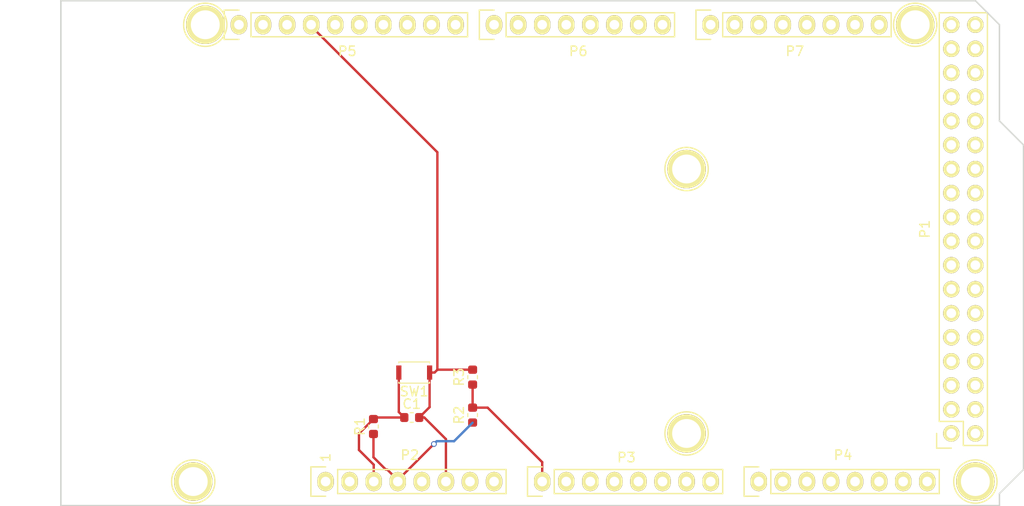
<source format=kicad_pcb>
(kicad_pcb (version 20171130) (host pcbnew "(5.1.2)-2")

  (general
    (thickness 1.6)
    (drawings 27)
    (tracks 38)
    (zones 0)
    (modules 18)
    (nets 87)
  )

  (page A4)
  (title_block
    (date "mar. 31 mars 2015")
  )

  (layers
    (0 F.Cu signal)
    (31 B.Cu signal)
    (32 B.Adhes user)
    (33 F.Adhes user)
    (34 B.Paste user)
    (35 F.Paste user)
    (36 B.SilkS user)
    (37 F.SilkS user)
    (38 B.Mask user)
    (39 F.Mask user)
    (40 Dwgs.User user)
    (41 Cmts.User user)
    (42 Eco1.User user)
    (43 Eco2.User user)
    (44 Edge.Cuts user)
    (45 Margin user)
    (46 B.CrtYd user)
    (47 F.CrtYd user)
    (48 B.Fab user)
    (49 F.Fab user)
  )

  (setup
    (last_trace_width 0.25)
    (trace_clearance 0.2)
    (zone_clearance 0.508)
    (zone_45_only no)
    (trace_min 0.2)
    (via_size 0.6)
    (via_drill 0.4)
    (via_min_size 0.4)
    (via_min_drill 0.3)
    (uvia_size 0.3)
    (uvia_drill 0.1)
    (uvias_allowed no)
    (uvia_min_size 0.2)
    (uvia_min_drill 0.1)
    (edge_width 0.15)
    (segment_width 0.15)
    (pcb_text_width 0.3)
    (pcb_text_size 1.5 1.5)
    (mod_edge_width 0.15)
    (mod_text_size 1 1)
    (mod_text_width 0.15)
    (pad_size 4.064 4.064)
    (pad_drill 3.048)
    (pad_to_mask_clearance 0)
    (aux_axis_origin 103.378 121.666)
    (visible_elements 7FFFFFFF)
    (pcbplotparams
      (layerselection 0x00030_80000001)
      (usegerberextensions false)
      (usegerberattributes false)
      (usegerberadvancedattributes false)
      (creategerberjobfile false)
      (excludeedgelayer true)
      (linewidth 0.100000)
      (plotframeref false)
      (viasonmask false)
      (mode 1)
      (useauxorigin false)
      (hpglpennumber 1)
      (hpglpenspeed 20)
      (hpglpendiameter 15.000000)
      (psnegative false)
      (psa4output false)
      (plotreference true)
      (plotvalue true)
      (plotinvisibletext false)
      (padsonsilk false)
      (subtractmaskfromsilk false)
      (outputformat 1)
      (mirror false)
      (drillshape 1)
      (scaleselection 1)
      (outputdirectory ""))
  )

  (net 0 "")
  (net 1 GND)
  (net 2 "/52(SCK)")
  (net 3 "/53(SS)")
  (net 4 "/50(MISO)")
  (net 5 "/51(MOSI)")
  (net 6 /48)
  (net 7 /49)
  (net 8 /46)
  (net 9 /47)
  (net 10 /44)
  (net 11 /45)
  (net 12 /42)
  (net 13 /43)
  (net 14 /40)
  (net 15 /41)
  (net 16 /38)
  (net 17 /39)
  (net 18 /36)
  (net 19 /37)
  (net 20 /34)
  (net 21 /35)
  (net 22 /32)
  (net 23 /33)
  (net 24 /30)
  (net 25 /31)
  (net 26 /28)
  (net 27 /29)
  (net 28 /26)
  (net 29 /27)
  (net 30 /24)
  (net 31 /25)
  (net 32 /22)
  (net 33 /23)
  (net 34 +5V)
  (net 35 /IOREF)
  (net 36 /Reset)
  (net 37 /Vin)
  (net 38 /A0)
  (net 39 /A1)
  (net 40 /A2)
  (net 41 /A3)
  (net 42 /A4)
  (net 43 /A5)
  (net 44 /A6)
  (net 45 /A7)
  (net 46 /A8)
  (net 47 /A9)
  (net 48 /A10)
  (net 49 /A11)
  (net 50 /A12)
  (net 51 /A13)
  (net 52 /A14)
  (net 53 /A15)
  (net 54 /SCL)
  (net 55 /SDA)
  (net 56 /AREF)
  (net 57 "/13(**)")
  (net 58 "/12(**)")
  (net 59 "/11(**)")
  (net 60 "/10(**)")
  (net 61 "/9(**)")
  (net 62 "/8(**)")
  (net 63 "/7(**)")
  (net 64 "/6(**)")
  (net 65 "/5(**)")
  (net 66 "/4(**)")
  (net 67 "/3(**)")
  (net 68 "/2(**)")
  (net 69 "/20(SDA)")
  (net 70 "/21(SCL)")
  (net 71 "Net-(P8-Pad1)")
  (net 72 "Net-(P9-Pad1)")
  (net 73 "Net-(P10-Pad1)")
  (net 74 "Net-(P11-Pad1)")
  (net 75 "Net-(P12-Pad1)")
  (net 76 "Net-(P13-Pad1)")
  (net 77 "Net-(P2-Pad1)")
  (net 78 +3V3)
  (net 79 "/1(Tx0)")
  (net 80 "/0(Rx0)")
  (net 81 "/14(Tx3)")
  (net 82 "/15(Rx3)")
  (net 83 "/16(Tx2)")
  (net 84 "/17(Rx2)")
  (net 85 "/18(Tx1)")
  (net 86 "/19(Rx1)")

  (net_class Default "This is the default net class."
    (clearance 0.2)
    (trace_width 0.25)
    (via_dia 0.6)
    (via_drill 0.4)
    (uvia_dia 0.3)
    (uvia_drill 0.1)
    (add_net +3V3)
    (add_net +5V)
    (add_net "/0(Rx0)")
    (add_net "/1(Tx0)")
    (add_net "/10(**)")
    (add_net "/11(**)")
    (add_net "/12(**)")
    (add_net "/13(**)")
    (add_net "/14(Tx3)")
    (add_net "/15(Rx3)")
    (add_net "/16(Tx2)")
    (add_net "/17(Rx2)")
    (add_net "/18(Tx1)")
    (add_net "/19(Rx1)")
    (add_net "/2(**)")
    (add_net "/20(SDA)")
    (add_net "/21(SCL)")
    (add_net /22)
    (add_net /23)
    (add_net /24)
    (add_net /25)
    (add_net /26)
    (add_net /27)
    (add_net /28)
    (add_net /29)
    (add_net "/3(**)")
    (add_net /30)
    (add_net /31)
    (add_net /32)
    (add_net /33)
    (add_net /34)
    (add_net /35)
    (add_net /36)
    (add_net /37)
    (add_net /38)
    (add_net /39)
    (add_net "/4(**)")
    (add_net /40)
    (add_net /41)
    (add_net /42)
    (add_net /43)
    (add_net /44)
    (add_net /45)
    (add_net /46)
    (add_net /47)
    (add_net /48)
    (add_net /49)
    (add_net "/5(**)")
    (add_net "/50(MISO)")
    (add_net "/51(MOSI)")
    (add_net "/52(SCK)")
    (add_net "/53(SS)")
    (add_net "/6(**)")
    (add_net "/7(**)")
    (add_net "/8(**)")
    (add_net "/9(**)")
    (add_net /A0)
    (add_net /A1)
    (add_net /A10)
    (add_net /A11)
    (add_net /A12)
    (add_net /A13)
    (add_net /A14)
    (add_net /A15)
    (add_net /A2)
    (add_net /A3)
    (add_net /A4)
    (add_net /A5)
    (add_net /A6)
    (add_net /A7)
    (add_net /A8)
    (add_net /A9)
    (add_net /AREF)
    (add_net /IOREF)
    (add_net /Reset)
    (add_net /SCL)
    (add_net /SDA)
    (add_net /Vin)
    (add_net GND)
    (add_net "Net-(P10-Pad1)")
    (add_net "Net-(P11-Pad1)")
    (add_net "Net-(P12-Pad1)")
    (add_net "Net-(P13-Pad1)")
    (add_net "Net-(P2-Pad1)")
    (add_net "Net-(P8-Pad1)")
    (add_net "Net-(P9-Pad1)")
  )

  (module Resistor_SMD:R_0603_1608Metric (layer F.Cu) (tedit 5B301BBD) (tstamp 5DB6D56C)
    (at 146.835001 108.094999 90)
    (descr "Resistor SMD 0603 (1608 Metric), square (rectangular) end terminal, IPC_7351 nominal, (Body size source: http://www.tortai-tech.com/upload/download/2011102023233369053.pdf), generated with kicad-footprint-generator")
    (tags resistor)
    (path /5DBA2C8F)
    (attr smd)
    (fp_text reference R3 (at 0 -1.43 90) (layer F.SilkS)
      (effects (font (size 1 1) (thickness 0.15)))
    )
    (fp_text value 10k (at 0 1.43 90) (layer F.Fab)
      (effects (font (size 1 1) (thickness 0.15)))
    )
    (fp_text user %R (at 0 0 90) (layer F.Fab)
      (effects (font (size 0.4 0.4) (thickness 0.06)))
    )
    (fp_line (start 1.48 0.73) (end -1.48 0.73) (layer F.CrtYd) (width 0.05))
    (fp_line (start 1.48 -0.73) (end 1.48 0.73) (layer F.CrtYd) (width 0.05))
    (fp_line (start -1.48 -0.73) (end 1.48 -0.73) (layer F.CrtYd) (width 0.05))
    (fp_line (start -1.48 0.73) (end -1.48 -0.73) (layer F.CrtYd) (width 0.05))
    (fp_line (start -0.162779 0.51) (end 0.162779 0.51) (layer F.SilkS) (width 0.12))
    (fp_line (start -0.162779 -0.51) (end 0.162779 -0.51) (layer F.SilkS) (width 0.12))
    (fp_line (start 0.8 0.4) (end -0.8 0.4) (layer F.Fab) (width 0.1))
    (fp_line (start 0.8 -0.4) (end 0.8 0.4) (layer F.Fab) (width 0.1))
    (fp_line (start -0.8 -0.4) (end 0.8 -0.4) (layer F.Fab) (width 0.1))
    (fp_line (start -0.8 0.4) (end -0.8 -0.4) (layer F.Fab) (width 0.1))
    (pad 2 smd roundrect (at 0.7875 0 90) (size 0.875 0.95) (layers F.Cu F.Paste F.Mask) (roundrect_rratio 0.25)
      (net 1 GND))
    (pad 1 smd roundrect (at -0.7875 0 90) (size 0.875 0.95) (layers F.Cu F.Paste F.Mask) (roundrect_rratio 0.25)
      (net 38 /A0))
    (model ${KISYS3DMOD}/Resistor_SMD.3dshapes/R_0603_1608Metric.wrl
      (at (xyz 0 0 0))
      (scale (xyz 1 1 1))
      (rotate (xyz 0 0 0))
    )
  )

  (module Resistor_SMD:R_0603_1608Metric (layer F.Cu) (tedit 5B301BBD) (tstamp 5DB6D55B)
    (at 146.835001 112.104999 90)
    (descr "Resistor SMD 0603 (1608 Metric), square (rectangular) end terminal, IPC_7351 nominal, (Body size source: http://www.tortai-tech.com/upload/download/2011102023233369053.pdf), generated with kicad-footprint-generator")
    (tags resistor)
    (path /5DB97808)
    (attr smd)
    (fp_text reference R2 (at 0 -1.43 90) (layer F.SilkS)
      (effects (font (size 1 1) (thickness 0.15)))
    )
    (fp_text value 10k (at 0 1.43 90) (layer F.Fab)
      (effects (font (size 1 1) (thickness 0.15)))
    )
    (fp_text user %R (at 0 0 90) (layer F.Fab)
      (effects (font (size 0.4 0.4) (thickness 0.06)))
    )
    (fp_line (start 1.48 0.73) (end -1.48 0.73) (layer F.CrtYd) (width 0.05))
    (fp_line (start 1.48 -0.73) (end 1.48 0.73) (layer F.CrtYd) (width 0.05))
    (fp_line (start -1.48 -0.73) (end 1.48 -0.73) (layer F.CrtYd) (width 0.05))
    (fp_line (start -1.48 0.73) (end -1.48 -0.73) (layer F.CrtYd) (width 0.05))
    (fp_line (start -0.162779 0.51) (end 0.162779 0.51) (layer F.SilkS) (width 0.12))
    (fp_line (start -0.162779 -0.51) (end 0.162779 -0.51) (layer F.SilkS) (width 0.12))
    (fp_line (start 0.8 0.4) (end -0.8 0.4) (layer F.Fab) (width 0.1))
    (fp_line (start 0.8 -0.4) (end 0.8 0.4) (layer F.Fab) (width 0.1))
    (fp_line (start -0.8 -0.4) (end 0.8 -0.4) (layer F.Fab) (width 0.1))
    (fp_line (start -0.8 0.4) (end -0.8 -0.4) (layer F.Fab) (width 0.1))
    (pad 2 smd roundrect (at 0.7875 0 90) (size 0.875 0.95) (layers F.Cu F.Paste F.Mask) (roundrect_rratio 0.25)
      (net 38 /A0))
    (pad 1 smd roundrect (at -0.7875 0 90) (size 0.875 0.95) (layers F.Cu F.Paste F.Mask) (roundrect_rratio 0.25)
      (net 78 +3V3))
    (model ${KISYS3DMOD}/Resistor_SMD.3dshapes/R_0603_1608Metric.wrl
      (at (xyz 0 0 0))
      (scale (xyz 1 1 1))
      (rotate (xyz 0 0 0))
    )
  )

  (module Button_Switch_SMD:SW_SPST_CK_KXT3 (layer F.Cu) (tedit 5B0768E8) (tstamp 5DB37C65)
    (at 140.67 107.61 180)
    (descr https://www.ckswitches.com/media/1465/kxt3.pdf)
    (tags "Switch SPST KXT3")
    (path /5DB39D7E)
    (attr smd)
    (fp_text reference SW1 (at 0 -2) (layer F.SilkS)
      (effects (font (size 1 1) (thickness 0.15)))
    )
    (fp_text value SW_DIP_x01 (at 0 2) (layer F.Fab)
      (effects (font (size 1 1) (thickness 0.15)))
    )
    (fp_line (start -2.15 -1.25) (end -2.15 1.25) (layer F.CrtYd) (width 0.05))
    (fp_line (start -2.15 1.25) (end 2.15 1.25) (layer F.CrtYd) (width 0.05))
    (fp_line (start 2.15 -1.25) (end 2.15 1.25) (layer F.CrtYd) (width 0.05))
    (fp_line (start -2.15 -1.25) (end 2.15 -1.25) (layer F.CrtYd) (width 0.05))
    (fp_line (start -1.62 1.02) (end -1.62 1.12) (layer F.SilkS) (width 0.12))
    (fp_line (start 1.62 1.02) (end 1.62 1.12) (layer F.SilkS) (width 0.12))
    (fp_line (start -1.62 1.12) (end 1.62 1.12) (layer F.SilkS) (width 0.12))
    (fp_line (start -1.62 -1.12) (end -1.62 -1.02) (layer F.SilkS) (width 0.12))
    (fp_line (start 1.62 -1.12) (end 1.62 -1.02) (layer F.SilkS) (width 0.12))
    (fp_line (start -1.62 -1.12) (end 1.62 -1.12) (layer F.SilkS) (width 0.12))
    (fp_text user %R (at 0 0) (layer F.Fab)
      (effects (font (size 0.5 0.5) (thickness 0.075)))
    )
    (fp_line (start -1.75 0.65) (end -1.5 0.65) (layer F.Fab) (width 0.1))
    (fp_line (start -1.75 0.4) (end -1.75 0.65) (layer F.Fab) (width 0.1))
    (fp_line (start -1.5 0.15) (end -1.75 0.4) (layer F.Fab) (width 0.1))
    (fp_line (start -1.75 -0.4) (end -1.5 -0.15) (layer F.Fab) (width 0.1))
    (fp_line (start -1.75 -0.65) (end -1.75 -0.4) (layer F.Fab) (width 0.1))
    (fp_line (start -1.5 -0.65) (end -1.75 -0.65) (layer F.Fab) (width 0.1))
    (fp_line (start 1.75 0.65) (end 1.5 0.65) (layer F.Fab) (width 0.1))
    (fp_line (start 1.75 0.4) (end 1.75 0.65) (layer F.Fab) (width 0.1))
    (fp_line (start 1.5 0.15) (end 1.75 0.4) (layer F.Fab) (width 0.1))
    (fp_line (start 1.75 -0.4) (end 1.5 -0.15) (layer F.Fab) (width 0.1))
    (fp_line (start 1.75 -0.65) (end 1.75 -0.4) (layer F.Fab) (width 0.1))
    (fp_line (start 1.5 -0.65) (end 1.75 -0.65) (layer F.Fab) (width 0.1))
    (fp_line (start -1.5 1) (end -1.5 -1) (layer F.Fab) (width 0.1))
    (fp_line (start 1.5 1) (end -1.5 1) (layer F.Fab) (width 0.1))
    (fp_line (start 1.5 -1) (end 1.5 1) (layer F.Fab) (width 0.1))
    (fp_line (start -1.5 -1) (end 1.5 -1) (layer F.Fab) (width 0.1))
    (pad 2 smd rect (at 1.625 0 180) (size 0.55 1.5) (layers F.Cu F.Paste F.Mask)
      (net 36 /Reset))
    (pad 1 smd rect (at -1.625 0 180) (size 0.55 1.5) (layers F.Cu F.Paste F.Mask)
      (net 1 GND))
    (model ${KISYS3DMOD}/Button_Switch_SMD.3dshapes/SW_SPST_CK_KXT3.wrl
      (at (xyz 0 0 0))
      (scale (xyz 1 1 1))
      (rotate (xyz 0 0 0))
    )
  )

  (module Resistor_SMD:R_0603_1608Metric (layer F.Cu) (tedit 5B301BBD) (tstamp 5DB37C44)
    (at 136.37 113.3125 90)
    (descr "Resistor SMD 0603 (1608 Metric), square (rectangular) end terminal, IPC_7351 nominal, (Body size source: http://www.tortai-tech.com/upload/download/2011102023233369053.pdf), generated with kicad-footprint-generator")
    (tags resistor)
    (path /5DB43DF8)
    (attr smd)
    (fp_text reference R1 (at 0 -1.43 90) (layer F.SilkS)
      (effects (font (size 1 1) (thickness 0.15)))
    )
    (fp_text value 100k (at 0 1.43 90) (layer F.Fab)
      (effects (font (size 1 1) (thickness 0.15)))
    )
    (fp_text user %R (at 0 0 90) (layer F.Fab)
      (effects (font (size 0.4 0.4) (thickness 0.06)))
    )
    (fp_line (start 1.48 0.73) (end -1.48 0.73) (layer F.CrtYd) (width 0.05))
    (fp_line (start 1.48 -0.73) (end 1.48 0.73) (layer F.CrtYd) (width 0.05))
    (fp_line (start -1.48 -0.73) (end 1.48 -0.73) (layer F.CrtYd) (width 0.05))
    (fp_line (start -1.48 0.73) (end -1.48 -0.73) (layer F.CrtYd) (width 0.05))
    (fp_line (start -0.162779 0.51) (end 0.162779 0.51) (layer F.SilkS) (width 0.12))
    (fp_line (start -0.162779 -0.51) (end 0.162779 -0.51) (layer F.SilkS) (width 0.12))
    (fp_line (start 0.8 0.4) (end -0.8 0.4) (layer F.Fab) (width 0.1))
    (fp_line (start 0.8 -0.4) (end 0.8 0.4) (layer F.Fab) (width 0.1))
    (fp_line (start -0.8 -0.4) (end 0.8 -0.4) (layer F.Fab) (width 0.1))
    (fp_line (start -0.8 0.4) (end -0.8 -0.4) (layer F.Fab) (width 0.1))
    (pad 2 smd roundrect (at 0.7875 0 90) (size 0.875 0.95) (layers F.Cu F.Paste F.Mask) (roundrect_rratio 0.25)
      (net 36 /Reset))
    (pad 1 smd roundrect (at -0.7875 0 90) (size 0.875 0.95) (layers F.Cu F.Paste F.Mask) (roundrect_rratio 0.25)
      (net 78 +3V3))
    (model ${KISYS3DMOD}/Resistor_SMD.3dshapes/R_0603_1608Metric.wrl
      (at (xyz 0 0 0))
      (scale (xyz 1 1 1))
      (rotate (xyz 0 0 0))
    )
  )

  (module Capacitor_SMD:C_0603_1608Metric (layer F.Cu) (tedit 5B301BBE) (tstamp 5DB37A85)
    (at 140.41 112.36)
    (descr "Capacitor SMD 0603 (1608 Metric), square (rectangular) end terminal, IPC_7351 nominal, (Body size source: http://www.tortai-tech.com/upload/download/2011102023233369053.pdf), generated with kicad-footprint-generator")
    (tags capacitor)
    (path /5DB435FB)
    (attr smd)
    (fp_text reference C1 (at 0 -1.43) (layer F.SilkS)
      (effects (font (size 1 1) (thickness 0.15)))
    )
    (fp_text value 100nF (at 0 1.43) (layer F.Fab)
      (effects (font (size 1 1) (thickness 0.15)))
    )
    (fp_text user %R (at 0 0) (layer F.Fab)
      (effects (font (size 0.4 0.4) (thickness 0.06)))
    )
    (fp_line (start 1.48 0.73) (end -1.48 0.73) (layer F.CrtYd) (width 0.05))
    (fp_line (start 1.48 -0.73) (end 1.48 0.73) (layer F.CrtYd) (width 0.05))
    (fp_line (start -1.48 -0.73) (end 1.48 -0.73) (layer F.CrtYd) (width 0.05))
    (fp_line (start -1.48 0.73) (end -1.48 -0.73) (layer F.CrtYd) (width 0.05))
    (fp_line (start -0.162779 0.51) (end 0.162779 0.51) (layer F.SilkS) (width 0.12))
    (fp_line (start -0.162779 -0.51) (end 0.162779 -0.51) (layer F.SilkS) (width 0.12))
    (fp_line (start 0.8 0.4) (end -0.8 0.4) (layer F.Fab) (width 0.1))
    (fp_line (start 0.8 -0.4) (end 0.8 0.4) (layer F.Fab) (width 0.1))
    (fp_line (start -0.8 -0.4) (end 0.8 -0.4) (layer F.Fab) (width 0.1))
    (fp_line (start -0.8 0.4) (end -0.8 -0.4) (layer F.Fab) (width 0.1))
    (pad 2 smd roundrect (at 0.7875 0) (size 0.875 0.95) (layers F.Cu F.Paste F.Mask) (roundrect_rratio 0.25)
      (net 1 GND))
    (pad 1 smd roundrect (at -0.7875 0) (size 0.875 0.95) (layers F.Cu F.Paste F.Mask) (roundrect_rratio 0.25)
      (net 36 /Reset))
    (model ${KISYS3DMOD}/Capacitor_SMD.3dshapes/C_0603_1608Metric.wrl
      (at (xyz 0 0 0))
      (scale (xyz 1 1 1))
      (rotate (xyz 0 0 0))
    )
  )

  (module Socket_Arduino_Mega:Socket_Strip_Arduino_2x18 locked (layer F.Cu) (tedit 55216789) (tstamp 551AFCE5)
    (at 197.358 114.046 90)
    (descr "Through hole socket strip")
    (tags "socket strip")
    (path /56D743B5)
    (fp_text reference P1 (at 21.59 -2.794 90) (layer F.SilkS)
      (effects (font (size 1 1) (thickness 0.15)))
    )
    (fp_text value Digital (at 21.59 -4.572 90) (layer F.Fab)
      (effects (font (size 1 1) (thickness 0.15)))
    )
    (fp_line (start -1.75 -1.75) (end -1.75 4.3) (layer F.CrtYd) (width 0.05))
    (fp_line (start 44.95 -1.75) (end 44.95 4.3) (layer F.CrtYd) (width 0.05))
    (fp_line (start -1.75 -1.75) (end 44.95 -1.75) (layer F.CrtYd) (width 0.05))
    (fp_line (start -1.75 4.3) (end 44.95 4.3) (layer F.CrtYd) (width 0.05))
    (fp_line (start -1.27 3.81) (end 44.45 3.81) (layer F.SilkS) (width 0.15))
    (fp_line (start 44.45 -1.27) (end 1.27 -1.27) (layer F.SilkS) (width 0.15))
    (fp_line (start 44.45 3.81) (end 44.45 -1.27) (layer F.SilkS) (width 0.15))
    (fp_line (start -1.27 3.81) (end -1.27 1.27) (layer F.SilkS) (width 0.15))
    (fp_line (start 0 -1.55) (end -1.55 -1.55) (layer F.SilkS) (width 0.15))
    (fp_line (start -1.27 1.27) (end 1.27 1.27) (layer F.SilkS) (width 0.15))
    (fp_line (start 1.27 1.27) (end 1.27 -1.27) (layer F.SilkS) (width 0.15))
    (fp_line (start -1.55 -1.55) (end -1.55 0) (layer F.SilkS) (width 0.15))
    (pad 1 thru_hole circle (at 0 0 90) (size 1.7272 1.7272) (drill 1.016) (layers *.Cu *.Mask F.SilkS)
      (net 1 GND))
    (pad 2 thru_hole oval (at 0 2.54 90) (size 1.7272 1.7272) (drill 1.016) (layers *.Cu *.Mask F.SilkS)
      (net 1 GND))
    (pad 3 thru_hole oval (at 2.54 0 90) (size 1.7272 1.7272) (drill 1.016) (layers *.Cu *.Mask F.SilkS)
      (net 2 "/52(SCK)"))
    (pad 4 thru_hole oval (at 2.54 2.54 90) (size 1.7272 1.7272) (drill 1.016) (layers *.Cu *.Mask F.SilkS)
      (net 3 "/53(SS)"))
    (pad 5 thru_hole oval (at 5.08 0 90) (size 1.7272 1.7272) (drill 1.016) (layers *.Cu *.Mask F.SilkS)
      (net 4 "/50(MISO)"))
    (pad 6 thru_hole oval (at 5.08 2.54 90) (size 1.7272 1.7272) (drill 1.016) (layers *.Cu *.Mask F.SilkS)
      (net 5 "/51(MOSI)"))
    (pad 7 thru_hole oval (at 7.62 0 90) (size 1.7272 1.7272) (drill 1.016) (layers *.Cu *.Mask F.SilkS)
      (net 6 /48))
    (pad 8 thru_hole oval (at 7.62 2.54 90) (size 1.7272 1.7272) (drill 1.016) (layers *.Cu *.Mask F.SilkS)
      (net 7 /49))
    (pad 9 thru_hole oval (at 10.16 0 90) (size 1.7272 1.7272) (drill 1.016) (layers *.Cu *.Mask F.SilkS)
      (net 8 /46))
    (pad 10 thru_hole oval (at 10.16 2.54 90) (size 1.7272 1.7272) (drill 1.016) (layers *.Cu *.Mask F.SilkS)
      (net 9 /47))
    (pad 11 thru_hole oval (at 12.7 0 90) (size 1.7272 1.7272) (drill 1.016) (layers *.Cu *.Mask F.SilkS)
      (net 10 /44))
    (pad 12 thru_hole oval (at 12.7 2.54 90) (size 1.7272 1.7272) (drill 1.016) (layers *.Cu *.Mask F.SilkS)
      (net 11 /45))
    (pad 13 thru_hole oval (at 15.24 0 90) (size 1.7272 1.7272) (drill 1.016) (layers *.Cu *.Mask F.SilkS)
      (net 12 /42))
    (pad 14 thru_hole oval (at 15.24 2.54 90) (size 1.7272 1.7272) (drill 1.016) (layers *.Cu *.Mask F.SilkS)
      (net 13 /43))
    (pad 15 thru_hole oval (at 17.78 0 90) (size 1.7272 1.7272) (drill 1.016) (layers *.Cu *.Mask F.SilkS)
      (net 14 /40))
    (pad 16 thru_hole oval (at 17.78 2.54 90) (size 1.7272 1.7272) (drill 1.016) (layers *.Cu *.Mask F.SilkS)
      (net 15 /41))
    (pad 17 thru_hole oval (at 20.32 0 90) (size 1.7272 1.7272) (drill 1.016) (layers *.Cu *.Mask F.SilkS)
      (net 16 /38))
    (pad 18 thru_hole oval (at 20.32 2.54 90) (size 1.7272 1.7272) (drill 1.016) (layers *.Cu *.Mask F.SilkS)
      (net 17 /39))
    (pad 19 thru_hole oval (at 22.86 0 90) (size 1.7272 1.7272) (drill 1.016) (layers *.Cu *.Mask F.SilkS)
      (net 18 /36))
    (pad 20 thru_hole oval (at 22.86 2.54 90) (size 1.7272 1.7272) (drill 1.016) (layers *.Cu *.Mask F.SilkS)
      (net 19 /37))
    (pad 21 thru_hole oval (at 25.4 0 90) (size 1.7272 1.7272) (drill 1.016) (layers *.Cu *.Mask F.SilkS)
      (net 20 /34))
    (pad 22 thru_hole oval (at 25.4 2.54 90) (size 1.7272 1.7272) (drill 1.016) (layers *.Cu *.Mask F.SilkS)
      (net 21 /35))
    (pad 23 thru_hole oval (at 27.94 0 90) (size 1.7272 1.7272) (drill 1.016) (layers *.Cu *.Mask F.SilkS)
      (net 22 /32))
    (pad 24 thru_hole oval (at 27.94 2.54 90) (size 1.7272 1.7272) (drill 1.016) (layers *.Cu *.Mask F.SilkS)
      (net 23 /33))
    (pad 25 thru_hole oval (at 30.48 0 90) (size 1.7272 1.7272) (drill 1.016) (layers *.Cu *.Mask F.SilkS)
      (net 24 /30))
    (pad 26 thru_hole oval (at 30.48 2.54 90) (size 1.7272 1.7272) (drill 1.016) (layers *.Cu *.Mask F.SilkS)
      (net 25 /31))
    (pad 27 thru_hole oval (at 33.02 0 90) (size 1.7272 1.7272) (drill 1.016) (layers *.Cu *.Mask F.SilkS)
      (net 26 /28))
    (pad 28 thru_hole oval (at 33.02 2.54 90) (size 1.7272 1.7272) (drill 1.016) (layers *.Cu *.Mask F.SilkS)
      (net 27 /29))
    (pad 29 thru_hole oval (at 35.56 0 90) (size 1.7272 1.7272) (drill 1.016) (layers *.Cu *.Mask F.SilkS)
      (net 28 /26))
    (pad 30 thru_hole oval (at 35.56 2.54 90) (size 1.7272 1.7272) (drill 1.016) (layers *.Cu *.Mask F.SilkS)
      (net 29 /27))
    (pad 31 thru_hole oval (at 38.1 0 90) (size 1.7272 1.7272) (drill 1.016) (layers *.Cu *.Mask F.SilkS)
      (net 30 /24))
    (pad 32 thru_hole oval (at 38.1 2.54 90) (size 1.7272 1.7272) (drill 1.016) (layers *.Cu *.Mask F.SilkS)
      (net 31 /25))
    (pad 33 thru_hole oval (at 40.64 0 90) (size 1.7272 1.7272) (drill 1.016) (layers *.Cu *.Mask F.SilkS)
      (net 32 /22))
    (pad 34 thru_hole oval (at 40.64 2.54 90) (size 1.7272 1.7272) (drill 1.016) (layers *.Cu *.Mask F.SilkS)
      (net 33 /23))
    (pad 35 thru_hole oval (at 43.18 0 90) (size 1.7272 1.7272) (drill 1.016) (layers *.Cu *.Mask F.SilkS)
      (net 34 +5V))
    (pad 36 thru_hole oval (at 43.18 2.54 90) (size 1.7272 1.7272) (drill 1.016) (layers *.Cu *.Mask F.SilkS)
      (net 34 +5V))
    (model ${KIPRJMOD}/Socket_Arduino_Mega.3dshapes/Socket_header_Arduino_2x18.wrl
      (offset (xyz 21.58999967575073 -1.269999980926514 0))
      (scale (xyz 1 1 1))
      (rotate (xyz 0 0 180))
    )
  )

  (module Socket_Arduino_Mega:Socket_Strip_Arduino_1x08 locked (layer F.Cu) (tedit 55216755) (tstamp 551AFCFC)
    (at 131.318 119.126)
    (descr "Through hole socket strip")
    (tags "socket strip")
    (path /56D71773)
    (fp_text reference P2 (at 8.89 -2.794) (layer F.SilkS)
      (effects (font (size 1 1) (thickness 0.15)))
    )
    (fp_text value Power (at 8.89 -4.318) (layer F.Fab)
      (effects (font (size 1 1) (thickness 0.15)))
    )
    (fp_line (start -1.75 -1.75) (end -1.75 1.75) (layer F.CrtYd) (width 0.05))
    (fp_line (start 19.55 -1.75) (end 19.55 1.75) (layer F.CrtYd) (width 0.05))
    (fp_line (start -1.75 -1.75) (end 19.55 -1.75) (layer F.CrtYd) (width 0.05))
    (fp_line (start -1.75 1.75) (end 19.55 1.75) (layer F.CrtYd) (width 0.05))
    (fp_line (start 1.27 1.27) (end 19.05 1.27) (layer F.SilkS) (width 0.15))
    (fp_line (start 19.05 1.27) (end 19.05 -1.27) (layer F.SilkS) (width 0.15))
    (fp_line (start 19.05 -1.27) (end 1.27 -1.27) (layer F.SilkS) (width 0.15))
    (fp_line (start -1.55 1.55) (end 0 1.55) (layer F.SilkS) (width 0.15))
    (fp_line (start 1.27 1.27) (end 1.27 -1.27) (layer F.SilkS) (width 0.15))
    (fp_line (start 0 -1.55) (end -1.55 -1.55) (layer F.SilkS) (width 0.15))
    (fp_line (start -1.55 -1.55) (end -1.55 1.55) (layer F.SilkS) (width 0.15))
    (pad 1 thru_hole oval (at 0 0) (size 1.7272 2.032) (drill 1.016) (layers *.Cu *.Mask F.SilkS)
      (net 77 "Net-(P2-Pad1)"))
    (pad 2 thru_hole oval (at 2.54 0) (size 1.7272 2.032) (drill 1.016) (layers *.Cu *.Mask F.SilkS)
      (net 35 /IOREF))
    (pad 3 thru_hole oval (at 5.08 0) (size 1.7272 2.032) (drill 1.016) (layers *.Cu *.Mask F.SilkS)
      (net 36 /Reset))
    (pad 4 thru_hole oval (at 7.62 0) (size 1.7272 2.032) (drill 1.016) (layers *.Cu *.Mask F.SilkS)
      (net 78 +3V3))
    (pad 5 thru_hole oval (at 10.16 0) (size 1.7272 2.032) (drill 1.016) (layers *.Cu *.Mask F.SilkS)
      (net 34 +5V))
    (pad 6 thru_hole oval (at 12.7 0) (size 1.7272 2.032) (drill 1.016) (layers *.Cu *.Mask F.SilkS)
      (net 1 GND))
    (pad 7 thru_hole oval (at 15.24 0) (size 1.7272 2.032) (drill 1.016) (layers *.Cu *.Mask F.SilkS)
      (net 1 GND))
    (pad 8 thru_hole oval (at 17.78 0) (size 1.7272 2.032) (drill 1.016) (layers *.Cu *.Mask F.SilkS)
      (net 37 /Vin))
    (model ${KIPRJMOD}/Socket_Arduino_Mega.3dshapes/Socket_header_Arduino_1x08.wrl
      (offset (xyz 8.889999866485596 0 0))
      (scale (xyz 1 1 1))
      (rotate (xyz 0 0 180))
    )
  )

  (module Socket_Arduino_Mega:Socket_Strip_Arduino_1x08 locked (layer F.Cu) (tedit 5521677D) (tstamp 551AFD13)
    (at 154.178 119.126)
    (descr "Through hole socket strip")
    (tags "socket strip")
    (path /56D72F1C)
    (fp_text reference P3 (at 8.89 -2.54) (layer F.SilkS)
      (effects (font (size 1 1) (thickness 0.15)))
    )
    (fp_text value Analog (at 8.89 -4.318) (layer F.Fab)
      (effects (font (size 1 1) (thickness 0.15)))
    )
    (fp_line (start -1.75 -1.75) (end -1.75 1.75) (layer F.CrtYd) (width 0.05))
    (fp_line (start 19.55 -1.75) (end 19.55 1.75) (layer F.CrtYd) (width 0.05))
    (fp_line (start -1.75 -1.75) (end 19.55 -1.75) (layer F.CrtYd) (width 0.05))
    (fp_line (start -1.75 1.75) (end 19.55 1.75) (layer F.CrtYd) (width 0.05))
    (fp_line (start 1.27 1.27) (end 19.05 1.27) (layer F.SilkS) (width 0.15))
    (fp_line (start 19.05 1.27) (end 19.05 -1.27) (layer F.SilkS) (width 0.15))
    (fp_line (start 19.05 -1.27) (end 1.27 -1.27) (layer F.SilkS) (width 0.15))
    (fp_line (start -1.55 1.55) (end 0 1.55) (layer F.SilkS) (width 0.15))
    (fp_line (start 1.27 1.27) (end 1.27 -1.27) (layer F.SilkS) (width 0.15))
    (fp_line (start 0 -1.55) (end -1.55 -1.55) (layer F.SilkS) (width 0.15))
    (fp_line (start -1.55 -1.55) (end -1.55 1.55) (layer F.SilkS) (width 0.15))
    (pad 1 thru_hole oval (at 0 0) (size 1.7272 2.032) (drill 1.016) (layers *.Cu *.Mask F.SilkS)
      (net 38 /A0))
    (pad 2 thru_hole oval (at 2.54 0) (size 1.7272 2.032) (drill 1.016) (layers *.Cu *.Mask F.SilkS)
      (net 39 /A1))
    (pad 3 thru_hole oval (at 5.08 0) (size 1.7272 2.032) (drill 1.016) (layers *.Cu *.Mask F.SilkS)
      (net 40 /A2))
    (pad 4 thru_hole oval (at 7.62 0) (size 1.7272 2.032) (drill 1.016) (layers *.Cu *.Mask F.SilkS)
      (net 41 /A3))
    (pad 5 thru_hole oval (at 10.16 0) (size 1.7272 2.032) (drill 1.016) (layers *.Cu *.Mask F.SilkS)
      (net 42 /A4))
    (pad 6 thru_hole oval (at 12.7 0) (size 1.7272 2.032) (drill 1.016) (layers *.Cu *.Mask F.SilkS)
      (net 43 /A5))
    (pad 7 thru_hole oval (at 15.24 0) (size 1.7272 2.032) (drill 1.016) (layers *.Cu *.Mask F.SilkS)
      (net 44 /A6))
    (pad 8 thru_hole oval (at 17.78 0) (size 1.7272 2.032) (drill 1.016) (layers *.Cu *.Mask F.SilkS)
      (net 45 /A7))
    (model ${KIPRJMOD}/Socket_Arduino_Mega.3dshapes/Socket_header_Arduino_1x08.wrl
      (offset (xyz 8.889999866485596 0 0))
      (scale (xyz 1 1 1))
      (rotate (xyz 0 0 180))
    )
  )

  (module Socket_Arduino_Mega:Socket_Strip_Arduino_1x08 locked (layer F.Cu) (tedit 55216772) (tstamp 551AFD2A)
    (at 177.038 119.126)
    (descr "Through hole socket strip")
    (tags "socket strip")
    (path /56D73A0E)
    (fp_text reference P4 (at 8.89 -2.794) (layer F.SilkS)
      (effects (font (size 1 1) (thickness 0.15)))
    )
    (fp_text value Analog (at 8.89 -4.318) (layer F.Fab)
      (effects (font (size 1 1) (thickness 0.15)))
    )
    (fp_line (start -1.75 -1.75) (end -1.75 1.75) (layer F.CrtYd) (width 0.05))
    (fp_line (start 19.55 -1.75) (end 19.55 1.75) (layer F.CrtYd) (width 0.05))
    (fp_line (start -1.75 -1.75) (end 19.55 -1.75) (layer F.CrtYd) (width 0.05))
    (fp_line (start -1.75 1.75) (end 19.55 1.75) (layer F.CrtYd) (width 0.05))
    (fp_line (start 1.27 1.27) (end 19.05 1.27) (layer F.SilkS) (width 0.15))
    (fp_line (start 19.05 1.27) (end 19.05 -1.27) (layer F.SilkS) (width 0.15))
    (fp_line (start 19.05 -1.27) (end 1.27 -1.27) (layer F.SilkS) (width 0.15))
    (fp_line (start -1.55 1.55) (end 0 1.55) (layer F.SilkS) (width 0.15))
    (fp_line (start 1.27 1.27) (end 1.27 -1.27) (layer F.SilkS) (width 0.15))
    (fp_line (start 0 -1.55) (end -1.55 -1.55) (layer F.SilkS) (width 0.15))
    (fp_line (start -1.55 -1.55) (end -1.55 1.55) (layer F.SilkS) (width 0.15))
    (pad 1 thru_hole oval (at 0 0) (size 1.7272 2.032) (drill 1.016) (layers *.Cu *.Mask F.SilkS)
      (net 46 /A8))
    (pad 2 thru_hole oval (at 2.54 0) (size 1.7272 2.032) (drill 1.016) (layers *.Cu *.Mask F.SilkS)
      (net 47 /A9))
    (pad 3 thru_hole oval (at 5.08 0) (size 1.7272 2.032) (drill 1.016) (layers *.Cu *.Mask F.SilkS)
      (net 48 /A10))
    (pad 4 thru_hole oval (at 7.62 0) (size 1.7272 2.032) (drill 1.016) (layers *.Cu *.Mask F.SilkS)
      (net 49 /A11))
    (pad 5 thru_hole oval (at 10.16 0) (size 1.7272 2.032) (drill 1.016) (layers *.Cu *.Mask F.SilkS)
      (net 50 /A12))
    (pad 6 thru_hole oval (at 12.7 0) (size 1.7272 2.032) (drill 1.016) (layers *.Cu *.Mask F.SilkS)
      (net 51 /A13))
    (pad 7 thru_hole oval (at 15.24 0) (size 1.7272 2.032) (drill 1.016) (layers *.Cu *.Mask F.SilkS)
      (net 52 /A14))
    (pad 8 thru_hole oval (at 17.78 0) (size 1.7272 2.032) (drill 1.016) (layers *.Cu *.Mask F.SilkS)
      (net 53 /A15))
    (model ${KIPRJMOD}/Socket_Arduino_Mega.3dshapes/Socket_header_Arduino_1x08.wrl
      (offset (xyz 8.889999866485596 0 0))
      (scale (xyz 1 1 1))
      (rotate (xyz 0 0 180))
    )
  )

  (module Socket_Arduino_Mega:Socket_Strip_Arduino_1x10 locked (layer F.Cu) (tedit 551AFC9C) (tstamp 551AFD43)
    (at 122.174 70.866)
    (descr "Through hole socket strip")
    (tags "socket strip")
    (path /56D72368)
    (fp_text reference P5 (at 11.43 2.794) (layer F.SilkS)
      (effects (font (size 1 1) (thickness 0.15)))
    )
    (fp_text value PWM (at 11.43 4.318) (layer F.Fab)
      (effects (font (size 1 1) (thickness 0.15)))
    )
    (fp_line (start -1.75 -1.75) (end -1.75 1.75) (layer F.CrtYd) (width 0.05))
    (fp_line (start 24.65 -1.75) (end 24.65 1.75) (layer F.CrtYd) (width 0.05))
    (fp_line (start -1.75 -1.75) (end 24.65 -1.75) (layer F.CrtYd) (width 0.05))
    (fp_line (start -1.75 1.75) (end 24.65 1.75) (layer F.CrtYd) (width 0.05))
    (fp_line (start 1.27 1.27) (end 24.13 1.27) (layer F.SilkS) (width 0.15))
    (fp_line (start 24.13 1.27) (end 24.13 -1.27) (layer F.SilkS) (width 0.15))
    (fp_line (start 24.13 -1.27) (end 1.27 -1.27) (layer F.SilkS) (width 0.15))
    (fp_line (start -1.55 1.55) (end 0 1.55) (layer F.SilkS) (width 0.15))
    (fp_line (start 1.27 1.27) (end 1.27 -1.27) (layer F.SilkS) (width 0.15))
    (fp_line (start 0 -1.55) (end -1.55 -1.55) (layer F.SilkS) (width 0.15))
    (fp_line (start -1.55 -1.55) (end -1.55 1.55) (layer F.SilkS) (width 0.15))
    (pad 1 thru_hole oval (at 0 0) (size 1.7272 2.032) (drill 1.016) (layers *.Cu *.Mask F.SilkS)
      (net 54 /SCL))
    (pad 2 thru_hole oval (at 2.54 0) (size 1.7272 2.032) (drill 1.016) (layers *.Cu *.Mask F.SilkS)
      (net 55 /SDA))
    (pad 3 thru_hole oval (at 5.08 0) (size 1.7272 2.032) (drill 1.016) (layers *.Cu *.Mask F.SilkS)
      (net 56 /AREF))
    (pad 4 thru_hole oval (at 7.62 0) (size 1.7272 2.032) (drill 1.016) (layers *.Cu *.Mask F.SilkS)
      (net 1 GND))
    (pad 5 thru_hole oval (at 10.16 0) (size 1.7272 2.032) (drill 1.016) (layers *.Cu *.Mask F.SilkS)
      (net 57 "/13(**)"))
    (pad 6 thru_hole oval (at 12.7 0) (size 1.7272 2.032) (drill 1.016) (layers *.Cu *.Mask F.SilkS)
      (net 58 "/12(**)"))
    (pad 7 thru_hole oval (at 15.24 0) (size 1.7272 2.032) (drill 1.016) (layers *.Cu *.Mask F.SilkS)
      (net 59 "/11(**)"))
    (pad 8 thru_hole oval (at 17.78 0) (size 1.7272 2.032) (drill 1.016) (layers *.Cu *.Mask F.SilkS)
      (net 60 "/10(**)"))
    (pad 9 thru_hole oval (at 20.32 0) (size 1.7272 2.032) (drill 1.016) (layers *.Cu *.Mask F.SilkS)
      (net 61 "/9(**)"))
    (pad 10 thru_hole oval (at 22.86 0) (size 1.7272 2.032) (drill 1.016) (layers *.Cu *.Mask F.SilkS)
      (net 62 "/8(**)"))
    (model ${KIPRJMOD}/Socket_Arduino_Mega.3dshapes/Socket_header_Arduino_1x10.wrl
      (offset (xyz 11.42999982833862 0 0))
      (scale (xyz 1 1 1))
      (rotate (xyz 0 0 180))
    )
  )

  (module Socket_Arduino_Mega:Socket_Strip_Arduino_1x08 locked (layer F.Cu) (tedit 551AFC7F) (tstamp 551AFD5A)
    (at 149.098 70.866)
    (descr "Through hole socket strip")
    (tags "socket strip")
    (path /56D734D0)
    (fp_text reference P6 (at 8.89 2.794) (layer F.SilkS)
      (effects (font (size 1 1) (thickness 0.15)))
    )
    (fp_text value PWM (at 8.89 4.318) (layer F.Fab)
      (effects (font (size 1 1) (thickness 0.15)))
    )
    (fp_line (start -1.75 -1.75) (end -1.75 1.75) (layer F.CrtYd) (width 0.05))
    (fp_line (start 19.55 -1.75) (end 19.55 1.75) (layer F.CrtYd) (width 0.05))
    (fp_line (start -1.75 -1.75) (end 19.55 -1.75) (layer F.CrtYd) (width 0.05))
    (fp_line (start -1.75 1.75) (end 19.55 1.75) (layer F.CrtYd) (width 0.05))
    (fp_line (start 1.27 1.27) (end 19.05 1.27) (layer F.SilkS) (width 0.15))
    (fp_line (start 19.05 1.27) (end 19.05 -1.27) (layer F.SilkS) (width 0.15))
    (fp_line (start 19.05 -1.27) (end 1.27 -1.27) (layer F.SilkS) (width 0.15))
    (fp_line (start -1.55 1.55) (end 0 1.55) (layer F.SilkS) (width 0.15))
    (fp_line (start 1.27 1.27) (end 1.27 -1.27) (layer F.SilkS) (width 0.15))
    (fp_line (start 0 -1.55) (end -1.55 -1.55) (layer F.SilkS) (width 0.15))
    (fp_line (start -1.55 -1.55) (end -1.55 1.55) (layer F.SilkS) (width 0.15))
    (pad 1 thru_hole oval (at 0 0) (size 1.7272 2.032) (drill 1.016) (layers *.Cu *.Mask F.SilkS)
      (net 63 "/7(**)"))
    (pad 2 thru_hole oval (at 2.54 0) (size 1.7272 2.032) (drill 1.016) (layers *.Cu *.Mask F.SilkS)
      (net 64 "/6(**)"))
    (pad 3 thru_hole oval (at 5.08 0) (size 1.7272 2.032) (drill 1.016) (layers *.Cu *.Mask F.SilkS)
      (net 65 "/5(**)"))
    (pad 4 thru_hole oval (at 7.62 0) (size 1.7272 2.032) (drill 1.016) (layers *.Cu *.Mask F.SilkS)
      (net 66 "/4(**)"))
    (pad 5 thru_hole oval (at 10.16 0) (size 1.7272 2.032) (drill 1.016) (layers *.Cu *.Mask F.SilkS)
      (net 67 "/3(**)"))
    (pad 6 thru_hole oval (at 12.7 0) (size 1.7272 2.032) (drill 1.016) (layers *.Cu *.Mask F.SilkS)
      (net 68 "/2(**)"))
    (pad 7 thru_hole oval (at 15.24 0) (size 1.7272 2.032) (drill 1.016) (layers *.Cu *.Mask F.SilkS)
      (net 79 "/1(Tx0)"))
    (pad 8 thru_hole oval (at 17.78 0) (size 1.7272 2.032) (drill 1.016) (layers *.Cu *.Mask F.SilkS)
      (net 80 "/0(Rx0)"))
    (model ${KIPRJMOD}/Socket_Arduino_Mega.3dshapes/Socket_header_Arduino_1x08.wrl
      (offset (xyz 8.889999866485596 0 0))
      (scale (xyz 1 1 1))
      (rotate (xyz 0 0 180))
    )
  )

  (module Socket_Arduino_Mega:Socket_Strip_Arduino_1x08 locked (layer F.Cu) (tedit 551AFC73) (tstamp 551AFD71)
    (at 171.958 70.866)
    (descr "Through hole socket strip")
    (tags "socket strip")
    (path /56D73F2C)
    (fp_text reference P7 (at 8.89 2.794) (layer F.SilkS)
      (effects (font (size 1 1) (thickness 0.15)))
    )
    (fp_text value Communication (at 8.89 4.064) (layer F.Fab)
      (effects (font (size 1 1) (thickness 0.15)))
    )
    (fp_line (start -1.75 -1.75) (end -1.75 1.75) (layer F.CrtYd) (width 0.05))
    (fp_line (start 19.55 -1.75) (end 19.55 1.75) (layer F.CrtYd) (width 0.05))
    (fp_line (start -1.75 -1.75) (end 19.55 -1.75) (layer F.CrtYd) (width 0.05))
    (fp_line (start -1.75 1.75) (end 19.55 1.75) (layer F.CrtYd) (width 0.05))
    (fp_line (start 1.27 1.27) (end 19.05 1.27) (layer F.SilkS) (width 0.15))
    (fp_line (start 19.05 1.27) (end 19.05 -1.27) (layer F.SilkS) (width 0.15))
    (fp_line (start 19.05 -1.27) (end 1.27 -1.27) (layer F.SilkS) (width 0.15))
    (fp_line (start -1.55 1.55) (end 0 1.55) (layer F.SilkS) (width 0.15))
    (fp_line (start 1.27 1.27) (end 1.27 -1.27) (layer F.SilkS) (width 0.15))
    (fp_line (start 0 -1.55) (end -1.55 -1.55) (layer F.SilkS) (width 0.15))
    (fp_line (start -1.55 -1.55) (end -1.55 1.55) (layer F.SilkS) (width 0.15))
    (pad 1 thru_hole oval (at 0 0) (size 1.7272 2.032) (drill 1.016) (layers *.Cu *.Mask F.SilkS)
      (net 81 "/14(Tx3)"))
    (pad 2 thru_hole oval (at 2.54 0) (size 1.7272 2.032) (drill 1.016) (layers *.Cu *.Mask F.SilkS)
      (net 82 "/15(Rx3)"))
    (pad 3 thru_hole oval (at 5.08 0) (size 1.7272 2.032) (drill 1.016) (layers *.Cu *.Mask F.SilkS)
      (net 83 "/16(Tx2)"))
    (pad 4 thru_hole oval (at 7.62 0) (size 1.7272 2.032) (drill 1.016) (layers *.Cu *.Mask F.SilkS)
      (net 84 "/17(Rx2)"))
    (pad 5 thru_hole oval (at 10.16 0) (size 1.7272 2.032) (drill 1.016) (layers *.Cu *.Mask F.SilkS)
      (net 85 "/18(Tx1)"))
    (pad 6 thru_hole oval (at 12.7 0) (size 1.7272 2.032) (drill 1.016) (layers *.Cu *.Mask F.SilkS)
      (net 86 "/19(Rx1)"))
    (pad 7 thru_hole oval (at 15.24 0) (size 1.7272 2.032) (drill 1.016) (layers *.Cu *.Mask F.SilkS)
      (net 69 "/20(SDA)"))
    (pad 8 thru_hole oval (at 17.78 0) (size 1.7272 2.032) (drill 1.016) (layers *.Cu *.Mask F.SilkS)
      (net 70 "/21(SCL)"))
    (model ${KIPRJMOD}/Socket_Arduino_Mega.3dshapes/Socket_header_Arduino_1x08.wrl
      (offset (xyz 8.889999866485596 0 0))
      (scale (xyz 1 1 1))
      (rotate (xyz 0 0 180))
    )
  )

  (module Socket_Arduino_Mega:Arduino_1pin locked (layer F.Cu) (tedit 5524FDA7) (tstamp 5524FE07)
    (at 117.348 119.126)
    (descr "module 1 pin (ou trou mecanique de percage)")
    (tags DEV)
    (path /56D70B71)
    (fp_text reference P8 (at 0 -3.048) (layer F.SilkS) hide
      (effects (font (size 1 1) (thickness 0.15)))
    )
    (fp_text value CONN_01X01 (at 0 2.794) (layer F.Fab) hide
      (effects (font (size 1 1) (thickness 0.15)))
    )
    (fp_circle (center 0 0) (end 0 -2.286) (layer F.SilkS) (width 0.15))
    (pad 1 thru_hole circle (at 0 0) (size 4.064 4.064) (drill 3.048) (layers *.Cu *.Mask F.SilkS)
      (net 71 "Net-(P8-Pad1)"))
  )

  (module Socket_Arduino_Mega:Arduino_1pin locked (layer F.Cu) (tedit 5524FDB2) (tstamp 5524FE0C)
    (at 169.418 114.046)
    (descr "module 1 pin (ou trou mecanique de percage)")
    (tags DEV)
    (path /56D70C9B)
    (fp_text reference P9 (at 0 -3.048) (layer F.SilkS) hide
      (effects (font (size 1 1) (thickness 0.15)))
    )
    (fp_text value CONN_01X01 (at 0 2.794) (layer F.Fab) hide
      (effects (font (size 1 1) (thickness 0.15)))
    )
    (fp_circle (center 0 0) (end 0 -2.286) (layer F.SilkS) (width 0.15))
    (pad 1 thru_hole circle (at 0 0) (size 4.064 4.064) (drill 3.048) (layers *.Cu *.Mask F.SilkS)
      (net 72 "Net-(P9-Pad1)"))
  )

  (module Socket_Arduino_Mega:Arduino_1pin locked (layer F.Cu) (tedit 5524FDBB) (tstamp 5524FE11)
    (at 199.898 119.126)
    (descr "module 1 pin (ou trou mecanique de percage)")
    (tags DEV)
    (path /56D70CE6)
    (fp_text reference P10 (at 0 -3.048) (layer F.SilkS) hide
      (effects (font (size 1 1) (thickness 0.15)))
    )
    (fp_text value CONN_01X01 (at 0 2.794) (layer F.Fab) hide
      (effects (font (size 1 1) (thickness 0.15)))
    )
    (fp_circle (center 0 0) (end 0 -2.286) (layer F.SilkS) (width 0.15))
    (pad 1 thru_hole circle (at 0 0) (size 4.064 4.064) (drill 3.048) (layers *.Cu *.Mask F.SilkS)
      (net 73 "Net-(P10-Pad1)"))
  )

  (module Socket_Arduino_Mega:Arduino_1pin locked (layer F.Cu) (tedit 5524FDD2) (tstamp 5524FE16)
    (at 118.618 70.866)
    (descr "module 1 pin (ou trou mecanique de percage)")
    (tags DEV)
    (path /56D70D2C)
    (fp_text reference P11 (at 0 -3.048) (layer F.SilkS) hide
      (effects (font (size 1 1) (thickness 0.15)))
    )
    (fp_text value CONN_01X01 (at 0 2.794) (layer F.Fab) hide
      (effects (font (size 1 1) (thickness 0.15)))
    )
    (fp_circle (center 0 0) (end 0 -2.286) (layer F.SilkS) (width 0.15))
    (pad 1 thru_hole circle (at 0 0) (size 4.064 4.064) (drill 3.048) (layers *.Cu *.Mask F.SilkS)
      (net 74 "Net-(P11-Pad1)"))
  )

  (module Socket_Arduino_Mega:Arduino_1pin locked (layer F.Cu) (tedit 5524FDCA) (tstamp 5524FE1B)
    (at 169.418 86.106)
    (descr "module 1 pin (ou trou mecanique de percage)")
    (tags DEV)
    (path /56D711A2)
    (fp_text reference P12 (at 0 -3.048) (layer F.SilkS) hide
      (effects (font (size 1 1) (thickness 0.15)))
    )
    (fp_text value CONN_01X01 (at 0 2.794) (layer F.Fab) hide
      (effects (font (size 1 1) (thickness 0.15)))
    )
    (fp_circle (center 0 0) (end 0 -2.286) (layer F.SilkS) (width 0.15))
    (pad 1 thru_hole circle (at 0 0) (size 4.064 4.064) (drill 3.048) (layers *.Cu *.Mask F.SilkS)
      (net 75 "Net-(P12-Pad1)"))
  )

  (module Socket_Arduino_Mega:Arduino_1pin locked (layer F.Cu) (tedit 5524FDC4) (tstamp 5524FE20)
    (at 193.548 70.866)
    (descr "module 1 pin (ou trou mecanique de percage)")
    (tags DEV)
    (path /56D711F0)
    (fp_text reference P13 (at 0 -3.048) (layer F.SilkS) hide
      (effects (font (size 1 1) (thickness 0.15)))
    )
    (fp_text value CONN_01X01 (at 0 2.794) (layer F.Fab) hide
      (effects (font (size 1 1) (thickness 0.15)))
    )
    (fp_circle (center 0 0) (end 0 -2.286) (layer F.SilkS) (width 0.15))
    (pad 1 thru_hole circle (at 0 0) (size 4.064 4.064) (drill 3.048) (layers *.Cu *.Mask F.SilkS)
      (net 76 "Net-(P13-Pad1)"))
  )

  (gr_text 1 (at 131.318 116.586 90) (layer F.SilkS)
    (effects (font (size 1 1) (thickness 0.15)))
  )
  (gr_line (start 175.6156 96.774) (end 175.6156 90.7288) (angle 90) (layer Dwgs.User) (width 0.15))
  (gr_line (start 179.4764 96.774) (end 179.4764 90.7288) (angle 90) (layer Dwgs.User) (width 0.15))
  (gr_line (start 175.6156 96.774) (end 179.4764 96.774) (angle 90) (layer Dwgs.User) (width 0.15))
  (gr_circle (center 177.546 93.726) (end 178.816 93.726) (layer Dwgs.User) (width 0.15))
  (gr_line (start 175.6156 90.7288) (end 179.4764 90.7288) (angle 90) (layer Dwgs.User) (width 0.15))
  (gr_line (start 165.735 97.536) (end 165.735 89.916) (angle 90) (layer Dwgs.User) (width 0.15))
  (gr_line (start 170.815 97.536) (end 165.735 97.536) (angle 90) (layer Dwgs.User) (width 0.15))
  (gr_line (start 170.815 89.916) (end 170.815 97.536) (angle 90) (layer Dwgs.User) (width 0.15))
  (gr_line (start 165.735 89.916) (end 170.815 89.916) (angle 90) (layer Dwgs.User) (width 0.15))
  (gr_line (start 97.028 89.281) (end 97.028 77.851) (angle 90) (layer Dwgs.User) (width 0.15))
  (gr_line (start 112.903 89.281) (end 97.028 89.281) (angle 90) (layer Dwgs.User) (width 0.15))
  (gr_line (start 112.903 77.851) (end 112.903 89.281) (angle 90) (layer Dwgs.User) (width 0.15))
  (gr_line (start 97.028 77.851) (end 112.903 77.851) (angle 90) (layer Dwgs.User) (width 0.15))
  (gr_line (start 101.473 118.491) (end 101.473 109.601) (angle 90) (layer Dwgs.User) (width 0.15))
  (gr_line (start 114.808 118.491) (end 101.473 118.491) (angle 90) (layer Dwgs.User) (width 0.15))
  (gr_line (start 114.808 109.601) (end 114.808 118.491) (angle 90) (layer Dwgs.User) (width 0.15))
  (gr_line (start 101.473 109.601) (end 114.808 109.601) (angle 90) (layer Dwgs.User) (width 0.15))
  (gr_line (start 202.438 121.666) (end 103.378 121.666) (angle 90) (layer Edge.Cuts) (width 0.15))
  (gr_line (start 202.438 120.396) (end 202.438 121.666) (angle 90) (layer Edge.Cuts) (width 0.15))
  (gr_line (start 204.978 117.856) (end 202.438 120.396) (angle 90) (layer Edge.Cuts) (width 0.15))
  (gr_line (start 204.978 83.566) (end 204.978 117.856) (angle 90) (layer Edge.Cuts) (width 0.15))
  (gr_line (start 202.438 81.026) (end 204.978 83.566) (angle 90) (layer Edge.Cuts) (width 0.15))
  (gr_line (start 202.438 70.866) (end 202.438 81.026) (angle 90) (layer Edge.Cuts) (width 0.15))
  (gr_line (start 199.898 68.326) (end 202.438 70.866) (angle 90) (layer Edge.Cuts) (width 0.15))
  (gr_line (start 103.378 68.326) (end 199.898 68.326) (angle 90) (layer Edge.Cuts) (width 0.15))
  (gr_line (start 103.378 121.666) (end 103.378 68.326) (angle 90) (layer Edge.Cuts) (width 0.15))

  (segment (start 142.295 111.2625) (end 141.1975 112.36) (width 0.25) (layer F.Cu) (net 1))
  (segment (start 142.295 107.61) (end 142.295 111.2625) (width 0.25) (layer F.Cu) (net 1))
  (segment (start 144.018 117.86) (end 144.018 119.126) (width 0.25) (layer F.Cu) (net 1))
  (segment (start 144.018 114.643) (end 144.018 117.86) (width 0.25) (layer F.Cu) (net 1))
  (segment (start 141.735 112.36) (end 144.018 114.643) (width 0.25) (layer F.Cu) (net 1))
  (segment (start 141.1975 112.36) (end 141.735 112.36) (width 0.25) (layer F.Cu) (net 1))
  (segment (start 129.794 71.0184) (end 129.794 70.866) (width 0.25) (layer F.Cu) (net 1))
  (segment (start 143.115001 84.339401) (end 129.794 71.0184) (width 0.25) (layer F.Cu) (net 1))
  (segment (start 143.115001 107.314999) (end 143.115001 84.339401) (width 0.25) (layer F.Cu) (net 1))
  (segment (start 142.82 107.61) (end 143.115001 107.314999) (width 0.25) (layer F.Cu) (net 1))
  (segment (start 142.295 107.61) (end 142.82 107.61) (width 0.25) (layer F.Cu) (net 1))
  (segment (start 143.122501 107.307499) (end 146.835001 107.307499) (width 0.25) (layer F.Cu) (net 1))
  (segment (start 143.115001 107.314999) (end 143.122501 107.307499) (width 0.25) (layer F.Cu) (net 1))
  (segment (start 139.045 111.7825) (end 139.6225 112.36) (width 0.25) (layer F.Cu) (net 36))
  (segment (start 139.045 107.61) (end 139.045 111.7825) (width 0.25) (layer F.Cu) (net 36))
  (segment (start 136.535 112.36) (end 136.37 112.525) (width 0.25) (layer F.Cu) (net 36))
  (segment (start 139.6225 112.36) (end 136.535 112.36) (width 0.25) (layer F.Cu) (net 36))
  (segment (start 134.86 114.035) (end 136.37 112.525) (width 0.25) (layer F.Cu) (net 36))
  (segment (start 134.82 114.035) (end 134.86 114.035) (width 0.25) (layer F.Cu) (net 36))
  (segment (start 134.84 114.055) (end 134.82 114.035) (width 0.25) (layer F.Cu) (net 36))
  (segment (start 134.84 115.79) (end 134.84 114.055) (width 0.25) (layer F.Cu) (net 36))
  (segment (start 136.398 119.126) (end 136.398 117.348) (width 0.25) (layer F.Cu) (net 36))
  (segment (start 136.398 117.348) (end 134.84 115.79) (width 0.25) (layer F.Cu) (net 36))
  (segment (start 146.835001 108.882499) (end 146.835001 111.317499) (width 0.25) (layer F.Cu) (net 38))
  (segment (start 146.835001 111.317499) (end 148.417499 111.317499) (width 0.25) (layer F.Cu) (net 38))
  (segment (start 154.178 117.078) (end 154.178 119.126) (width 0.25) (layer F.Cu) (net 38))
  (segment (start 148.417499 111.317499) (end 154.178 117.078) (width 0.25) (layer F.Cu) (net 38))
  (segment (start 138.938 118.9736) (end 138.938 119.126) (width 0.25) (layer F.Cu) (net 78))
  (segment (start 137.8244 117.86) (end 138.938 118.9736) (width 0.25) (layer F.Cu) (net 78))
  (segment (start 137.672 117.86) (end 137.8244 117.86) (width 0.25) (layer F.Cu) (net 78))
  (segment (start 136.37 116.558) (end 137.672 117.86) (width 0.25) (layer F.Cu) (net 78))
  (segment (start 136.37 114.1) (end 136.37 116.558) (width 0.25) (layer F.Cu) (net 78))
  (segment (start 138.938 118.9736) (end 142.75 115.1616) (width 0.25) (layer F.Cu) (net 78))
  (segment (start 142.75 115.1616) (end 142.75 115.1616) (width 0.25) (layer F.Cu) (net 78) (tstamp 5DB6D908))
  (via (at 142.75 115.1616) (size 0.6) (drill 0.4) (layers F.Cu B.Cu) (net 78))
  (segment (start 143.049999 114.861601) (end 144.878399 114.861601) (width 0.25) (layer B.Cu) (net 78))
  (segment (start 142.75 115.1616) (end 143.049999 114.861601) (width 0.25) (layer B.Cu) (net 78))
  (segment (start 144.878399 114.861601) (end 146.83 112.91) (width 0.25) (layer B.Cu) (net 78))

)

</source>
